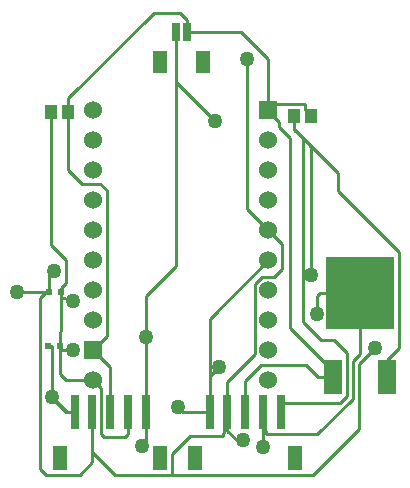
<source format=gtl>
G04*
G04 #@! TF.GenerationSoftware,Altium Limited,Altium Designer,21.6.4 (81)*
G04*
G04 Layer_Physical_Order=1*
G04 Layer_Color=255*
%FSLAX44Y44*%
%MOMM*%
G71*
G04*
G04 #@! TF.SameCoordinates,662A1053-D2FE-41ED-9168-75848B50F108*
G04*
G04*
G04 #@! TF.FilePolarity,Positive*
G04*
G01*
G75*
%ADD14C,0.2540*%
%ADD15R,0.5000X0.6000*%
%ADD17R,0.7112X2.9972*%
%ADD18R,1.0057X1.3082*%
%ADD20R,0.6604X1.5494*%
%ADD21R,1.6000X3.0000*%
%ADD22R,5.8000X6.2000*%
%ADD26R,1.1938X2.0066*%
%ADD27R,1.2954X1.9050*%
%ADD28C,1.5240*%
%ADD29R,1.5240X1.5240*%
%ADD30C,1.2700*%
D14*
X878840Y1437894D02*
X909828D01*
X877734D02*
X878840D01*
Y1475486D01*
Y1432560D02*
Y1437894D01*
X874940Y1435100D02*
X877734Y1437894D01*
X874940Y1432560D02*
Y1435100D01*
X878840Y1428660D02*
X881724D01*
X920750Y1206500D02*
X933460D01*
X829110Y1207062D02*
Y1255830D01*
Y1176940D02*
Y1207062D01*
X806958Y1176782D02*
X829110D01*
X695706Y1188720D02*
Y1233170D01*
X707644Y1176782D02*
X708500D01*
X714900D01*
X666242Y1278890D02*
X690880D01*
X797306Y1123950D02*
X916940D01*
X729900Y1134364D02*
Y1142746D01*
X702230Y1229106D02*
X713740D01*
X703500Y1273890D02*
Y1278890D01*
Y1256538D02*
Y1273890D01*
X702230Y1229106D02*
Y1233170D01*
Y1209040D02*
Y1229106D01*
X908050Y1408938D02*
X937768Y1379220D01*
X900788Y1416050D02*
Y1416200D01*
X908050Y1408788D02*
X915162Y1401676D01*
X900788Y1416050D02*
X908050Y1408788D01*
Y1408938D01*
Y1252728D02*
Y1408788D01*
X889110Y1184656D02*
X939800D01*
X800260Y1300640D02*
Y1455968D01*
X774900Y1240790D02*
Y1275280D01*
Y1176940D02*
Y1240790D01*
X810260Y1498600D02*
X855726D01*
X878840Y1475486D01*
X744900Y1176940D02*
Y1214800D01*
X730340Y1229360D02*
X744900Y1214800D01*
X829110Y1255830D02*
X878840Y1305560D01*
X844110Y1160780D02*
Y1176940D01*
Y1160780D02*
X851984Y1152906D01*
X857250D01*
X955548Y1217422D02*
X969264Y1231138D01*
X955548Y1162558D02*
Y1217422D01*
X916940Y1123950D02*
X955548Y1162558D01*
X729900Y1142746D02*
Y1176940D01*
Y1142746D02*
X748696Y1123950D01*
X797306D01*
Y1141476D01*
X812800Y1156970D01*
X840740D01*
X844110Y1176940D01*
X690880Y1278890D02*
X693500D01*
X685800Y1273810D02*
X690880Y1278890D01*
X685800Y1128776D02*
Y1273810D01*
Y1128776D02*
X690880Y1123696D01*
X719232D01*
X729900Y1134364D01*
X956310Y1226058D02*
Y1277620D01*
X950468Y1220216D02*
X956310Y1226058D01*
X950468Y1188139D02*
Y1220216D01*
X920315Y1157986D02*
X950468Y1188139D01*
X876904Y1157986D02*
X920315D01*
X874110Y1176940D02*
X876904Y1157986D01*
X703500Y1273890D02*
X713740Y1271270D01*
X702230Y1233170D02*
X703500Y1256538D01*
X702230Y1209040D02*
X707310Y1203960D01*
X730340D01*
X874110Y1146906D02*
Y1176940D01*
X774900Y1275280D02*
X800260Y1300640D01*
Y1455968D02*
Y1498600D01*
Y1455968D02*
X833320Y1422908D01*
X915162Y1293114D02*
Y1401676D01*
X900788Y1416200D02*
Y1427480D01*
X937768Y1364234D02*
Y1379220D01*
Y1364234D02*
X989330Y1312672D01*
Y1231053D02*
Y1312672D01*
X979160Y1220882D02*
X989330Y1231053D01*
X979160Y1206720D02*
Y1220882D01*
X900788Y1416200D02*
X908050Y1408938D01*
Y1252728D02*
X923290Y1237488D01*
X934720D01*
X945388Y1226820D01*
Y1190244D02*
Y1226820D01*
X939800Y1184656D02*
X945388Y1190244D01*
X889110Y1176940D02*
Y1184656D01*
X933460Y1206500D02*
Y1206720D01*
X910590Y1216660D02*
X920750Y1206500D01*
X872998Y1216660D02*
X910590D01*
X859110Y1202772D02*
X872998Y1216660D01*
X859110Y1176940D02*
Y1202772D01*
X774900Y1151074D02*
Y1176940D01*
X772160Y1148334D02*
X774900Y1151074D01*
X878840Y1330960D02*
X890270Y1319530D01*
Y1297940D02*
Y1319530D01*
X883920Y1291590D02*
X890270Y1297940D01*
X873760Y1291590D02*
X883920D01*
X867410Y1285240D02*
X873760Y1291590D01*
X867410Y1225990D02*
Y1285240D01*
X844110Y1202690D02*
X867410Y1225990D01*
X844110Y1176940D02*
Y1202690D01*
X829110Y1207062D02*
X837438Y1215390D01*
X730340Y1203960D02*
X737362Y1196938D01*
Y1158240D02*
Y1196938D01*
Y1158240D02*
X739902Y1155700D01*
X757360D01*
X759900Y1158240D01*
Y1176940D01*
X695960Y1189322D02*
X708500Y1176782D01*
X829110D02*
Y1176940D01*
X802640Y1181100D02*
X806958Y1176782D01*
X810260Y1498600D02*
Y1508760D01*
X804164Y1514856D02*
X810260Y1508760D01*
X781708Y1514856D02*
X804164D01*
X709572Y1442720D02*
X781708Y1514856D01*
X709572Y1431290D02*
Y1442720D01*
X919988Y1259840D02*
Y1275080D01*
X922528Y1277620D01*
X956310D01*
X860806Y1348994D02*
X878840Y1330960D01*
X860806Y1348994D02*
Y1475740D01*
X703500Y1278890D02*
Y1281893D01*
X707355Y1285748D01*
Y1305952D01*
X695048Y1318260D02*
X707355Y1305952D01*
X695048Y1318260D02*
Y1431290D01*
X693500Y1278890D02*
Y1292432D01*
X696976Y1295908D01*
X881724Y1428660D02*
X887984Y1422400D01*
Y1418082D02*
Y1422400D01*
Y1418082D02*
X897382Y1408684D01*
Y1247658D02*
Y1408684D01*
Y1247658D02*
X933460Y1211580D01*
Y1206720D02*
Y1211580D01*
X709572Y1381760D02*
Y1431290D01*
Y1381760D02*
X721002Y1370330D01*
X736600D01*
X741934Y1364996D01*
Y1240954D02*
Y1364996D01*
X730340Y1229360D02*
X741934Y1240954D01*
X692230Y1233170D02*
X695706D01*
Y1188720D02*
X707644Y1176782D01*
X714900D02*
Y1176940D01*
X909828Y1432964D02*
Y1437894D01*
Y1432964D02*
X915312Y1427480D01*
X878840Y1428660D02*
Y1432560D01*
X874940D02*
X876890Y1430610D01*
X878840Y1428660D01*
D15*
X692230Y1233170D02*
D03*
X702230D02*
D03*
X703500Y1278890D02*
D03*
X693500D02*
D03*
D17*
X829110Y1176940D02*
D03*
X844110D02*
D03*
X859110D02*
D03*
X874110D02*
D03*
X889110D02*
D03*
X714900D02*
D03*
X729900D02*
D03*
X744900D02*
D03*
X759900D02*
D03*
X774900D02*
D03*
D18*
X709572Y1431290D02*
D03*
X695048D02*
D03*
X915312Y1427480D02*
D03*
X900788D02*
D03*
D20*
X810260Y1498600D02*
D03*
X800260D02*
D03*
D21*
X979160Y1206720D02*
D03*
X933460D02*
D03*
D22*
X956310Y1277620D02*
D03*
D26*
X816610Y1137920D02*
D03*
X901610D02*
D03*
X702400D02*
D03*
X787400D02*
D03*
D27*
X823260Y1473350D02*
D03*
X787260D02*
D03*
D28*
X730340Y1330960D02*
D03*
Y1356360D02*
D03*
Y1381760D02*
D03*
Y1407160D02*
D03*
Y1432560D02*
D03*
X878840Y1203960D02*
D03*
Y1229360D02*
D03*
Y1254760D02*
D03*
Y1280160D02*
D03*
Y1305560D02*
D03*
Y1330960D02*
D03*
Y1356360D02*
D03*
Y1381760D02*
D03*
Y1407160D02*
D03*
X730340Y1305560D02*
D03*
Y1280160D02*
D03*
Y1254760D02*
D03*
Y1203960D02*
D03*
D29*
X878840Y1432560D02*
D03*
X730340Y1229360D02*
D03*
D30*
X857250Y1152906D02*
D03*
X969264Y1231138D02*
D03*
X713740Y1271270D02*
D03*
X874110Y1146906D02*
D03*
X833320Y1422908D02*
D03*
X915162Y1293114D02*
D03*
X666242Y1278890D02*
D03*
X774900Y1240790D02*
D03*
X713740Y1229106D02*
D03*
X772160Y1148334D02*
D03*
X837438Y1215390D02*
D03*
X695960Y1189322D02*
D03*
X802640Y1181100D02*
D03*
X919988Y1259840D02*
D03*
X860806Y1475740D02*
D03*
X696976Y1295908D02*
D03*
M02*

</source>
